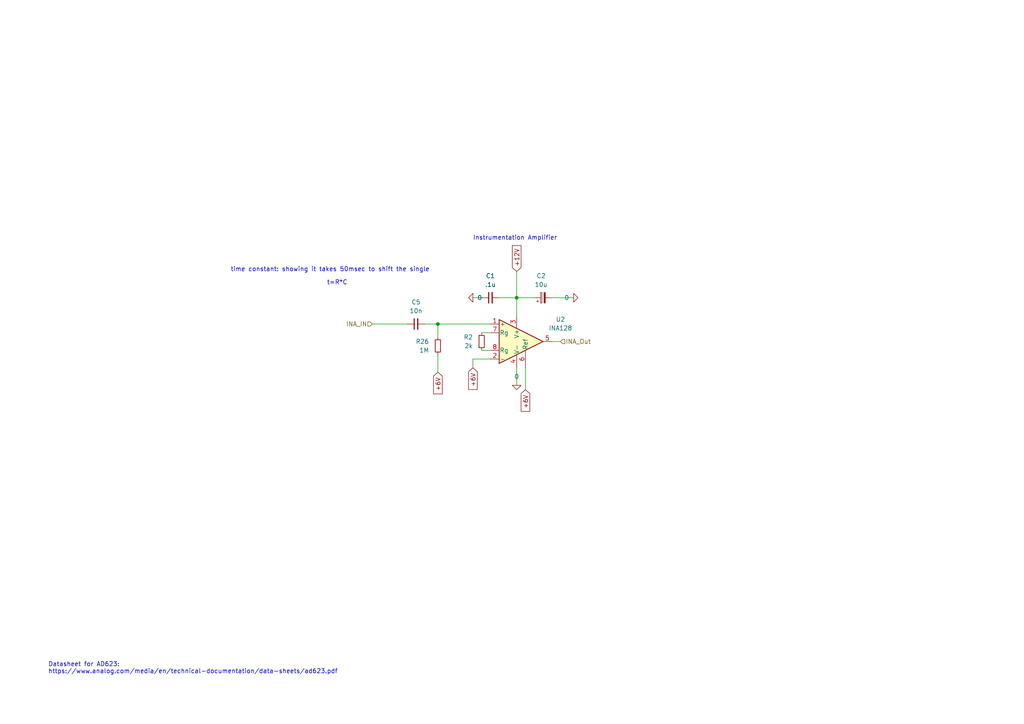
<source format=kicad_sch>
(kicad_sch (version 20250114) (generator "eeschema") (generator_version "9.0")
  (paper "A4")
  (lib_symbols
    (symbol "0_1" (power) (pin_numbers (hide yes)) (pin_names (offset 0) (hide yes))
      (property "Value" "0" (at 0 -2.54 0))
      (symbol "0_1_0_1"
        (polyline (pts (xy -1.27 0) (xy 0 -1.27) (xy 1.27 0) (xy -1.27 0)))
      )
      (symbol "0_1_1_1"
        (pin power_in line (at 0 0 0) (length 0) (name "~") (number "1"))
      )
    )
    (symbol "Custom_Symbols:INA128" (pin_names (offset 0.127))
      (property "Reference" "U" (at 3.81 3.175 0))
      (property "Value" "INA128" (at 3.81 -3.175 0))
      (symbol "INA128_0_1"
        (polyline (pts (xy 7.62 0) (xy -5.08 6.35) (xy -5.08 -6.35) (xy 7.62 0)) (stroke (width 0.254)) (fill (type background)))
      )
      (symbol "INA128_1_1"
        (pin input line (at -7.62 5.08 0) (length 2.54) (name "+") (number "1"))
        (pin passive line (at -7.62 2.54 0) (length 2.54) (name "Rg") (number "7"))
        (pin passive line (at -7.62 -2.54 0) (length 2.54) (name "Rg") (number "8"))
        (pin input line (at -7.62 -5.08 0) (length 2.54) (name "-") (number "2"))
        (pin power_in line (at 0 7.62 270) (length 3.81) (name "V+") (number "3"))
        (pin power_in line (at 0 -7.62 90) (length 3.81) (name "V-") (number "4"))
        (pin input line (at 2.54 -7.62 90) (length 5.08) (name "Ref") (number "6"))
        (pin output line (at 10.16 0 180) (length 2.54) (name "~") (number "5"))
      )
    )
    (symbol "Device:C_Polarized_Small" (pin_numbers (hide yes)) (pin_names (offset 0.254) (hide yes))
      (property "Reference" "C" (at 0.254 1.778 0))
      (property "Value" "C_Polarized_Small" (at 0.254 -2.032 0))
      (symbol "C_Polarized_Small_0_1"
        (rectangle (start -1.524 0.6858) (end 1.524 0.3048))
        (rectangle (start -1.524 -0.3048) (end 1.524 -0.6858) (fill (type outline)))
        (polyline (pts (xy -1.27 1.524) (xy -0.762 1.524)))
        (polyline (pts (xy -1.016 1.27) (xy -1.016 1.778)))
      )
      (symbol "C_Polarized_Small_1_1"
        (pin passive line (at 0 2.54 270) (length 1.8542) (name "~") (number "1"))
        (pin passive line (at 0 -2.54 90) (length 1.8542) (name "~") (number "2"))
      )
    )
    (symbol "Device:C_Small" (pin_numbers (hide yes)) (pin_names (offset 0.254) (hide yes))
      (property "Reference" "C" (at 0.254 1.778 0))
      (property "Value" "C_Small" (at 0.254 -2.032 0))
      (symbol "C_Small_0_1"
        (polyline (pts (xy -1.524 0.508) (xy 1.524 0.508)) (stroke (width 0.3048)))
        (polyline (pts (xy -1.524 -0.508) (xy 1.524 -0.508)) (stroke (width 0.3302)))
      )
      (symbol "C_Small_1_1"
        (pin passive line (at 0 2.54 270) (length 2.032) (name "~") (number "1"))
        (pin passive line (at 0 -2.54 90) (length 2.032) (name "~") (number "2"))
      )
    )
    (symbol "Device:R_Small" (pin_numbers (hide yes)) (pin_names (offset 0.254) (hide yes))
      (property "Reference" "R" (at 0.762 0.508 0))
      (property "Value" "R_Small" (at 0.762 -1.016 0))
      (symbol "R_Small_0_1"
        (rectangle (start -0.762 1.778) (end 0.762 -1.778) (stroke (width 0.2032)))
      )
      (symbol "R_Small_1_1"
        (pin passive line (at 0 2.54 270) (length 0.762) (name "~") (number "1"))
        (pin passive line (at 0 -2.54 90) (length 0.762) (name "~") (number "2"))
      )
    )
  )
  (text "Datasheet for AD623:\nhttps://www.analog.com/media/en/technical-documentation/data-sheets/ad623.pdf" (at 13.97 195.58 0) (effects (font (size 1.27 1.27)) (justify left bottom)))
  (text "t=R*C\n" (at 97.79 82.042 0) (effects (font (size 1.27 1.27))))
  (text "Instrumentation Amplifier\n" (at 137.16 69.85 0) (effects (font (size 1.27 1.27)) (justify left bottom)))
  (text "time constant: showing it takes 50msec to shift the single\n" (at 95.758 78.232 0) (effects (font (size 1.27 1.27))))
  (junction (at 127 93.98))
  (junction (at 149.86 86.36))
  (wire (pts (xy 123.19 93.98) (xy 127 93.98)))
  (wire (pts (xy 149.86 86.36) (xy 149.86 91.44)))
  (wire (pts (xy 127 93.98) (xy 142.24 93.98)))
  (wire (pts (xy 127 93.98) (xy 127 97.79)))
  (wire (pts (xy 107.95 93.98) (xy 118.11 93.98)))
  (wire (pts (xy 160.02 99.06) (xy 162.56 99.06)))
  (wire (pts (xy 137.16 104.14) (xy 142.24 104.14)))
  (wire (pts (xy 139.7 101.6) (xy 142.24 101.6)))
  (wire (pts (xy 139.7 96.52) (xy 142.24 96.52)))
  (wire (pts (xy 127 102.87) (xy 127 107.95)))
  (wire (pts (xy 137.16 104.14) (xy 137.16 106.68)))
  (wire (pts (xy 160.02 86.36) (xy 166.37 86.36)))
  (wire (pts (xy 137.16 86.36) (xy 139.7 86.36)))
  (wire (pts (xy 144.78 86.36) (xy 149.86 86.36)))
  (wire (pts (xy 149.86 86.36) (xy 154.94 86.36)))
  (wire (pts (xy 149.86 78.74) (xy 149.86 86.36)))
  (wire (pts (xy 152.4 106.68) (xy 152.4 113.03)))
  (wire (pts (xy 149.86 106.68) (xy 149.86 111.76)))
  (global_label "+12V" (shape input) (at 149.86 78.74 90) (property "Intersheetrefs" "${INTERSHEET_REFS}" (effects (hide yes))))
  (global_label "+6V" (shape input) (at 137.16 106.68 270) (property "Intersheetrefs" "${INTERSHEET_REFS}" (effects (hide yes))))
  (global_label "+6V" (shape input) (at 152.4 113.03 270) (property "Intersheetrefs" "${INTERSHEET_REFS}" (effects (hide yes))))
  (global_label "+6V" (shape input) (at 127 107.95 270) (property "Intersheetrefs" "${INTERSHEET_REFS}" (effects (hide yes))))
  (hierarchical_label "INA_Out" (shape input) (at 162.56 99.06 0))
  (hierarchical_label "INA_IN" (shape input) (at 107.95 93.98 180))
  (symbol (lib_id "Device:C_Small") (at 120.65 93.98 90) (unit 1)
    (property "Reference" "C5" (at 120.6563 87.63 90))
    (property "Value" "10n" (at 120.6563 90.17 90))
    (property "Footprint" "Capacitor_SMD:C_0603_1608Metric" (effects (hide yes)))
    (property "Description" "Unpolarized capacitor, small symbol" (effects (hide yes)))
  )
  (symbol (lib_id "Device:R_Small") (at 139.7 99.06 0) (mirror x) (unit 1)
    (property "Reference" "R2" (at 137.16 97.79 0) (effects (justify right)))
    (property "Value" "2k" (at 137.16 100.33 0) (effects (justify right)))
    (property "Footprint" "Resistor_SMD:R_0201_0603Metric" (effects (hide yes)))
  )
  (symbol (lib_name "0_1") (lib_id "Simulation_SPICE:0") (at 137.16 86.36 270) (unit 1)
    (property "Reference" "#GND012" (effects (hide yes)))
    (property "Value" "0" (at 138.43 86.3599 90) (effects (justify left)))
    (property "Datasheet" "https://ngspice.sourceforge.io/docs/ngspice-html-manual/manual.xhtml#subsec_Circuit_elements__device" (effects (hide yes)))
    (property "Description" "0V reference potential for simulation" (effects (hide yes)))
  )
  (symbol (lib_name "0_1") (lib_id "Simulation_SPICE:0") (at 149.86 111.76 0) (unit 1)
    (property "Reference" "#GND015" (effects (hide yes)))
    (property "Value" "0" (at 149.86 109.22 0))
    (property "Datasheet" "https://ngspice.sourceforge.io/docs/ngspice-html-manual/manual.xhtml#subsec_Circuit_elements__device" (effects (hide yes)))
    (property "Description" "0V reference potential for simulation" (effects (hide yes)))
  )
  (symbol (lib_id "Device:C_Small") (at 142.24 86.36 90) (unit 1)
    (property "Reference" "C1" (at 142.2463 80.01 90))
    (property "Value" ".1u" (at 142.2463 82.55 90))
    (property "Footprint" "Capacitor_SMD:C_0603_1608Metric" (effects (hide yes)))
  )
  (symbol (lib_name "0_1") (lib_id "Simulation_SPICE:0") (at 166.37 86.36 90) (unit 1)
    (property "Reference" "#GND011" (effects (hide yes)))
    (property "Value" "0" (at 165.1 86.3599 90) (effects (justify left)))
    (property "Datasheet" "https://ngspice.sourceforge.io/docs/ngspice-html-manual/manual.xhtml#subsec_Circuit_elements__device" (effects (hide yes)))
    (property "Description" "0V reference potential for simulation" (effects (hide yes)))
  )
  (symbol (lib_id "Device:R_Small") (at 127 100.33 0) (unit 1)
    (property "Reference" "R26" (at 124.46 99.0599 0) (effects (justify right)))
    (property "Value" "1M" (at 124.46 101.5999 0) (effects (justify right)))
    (property "Footprint" "Resistor_SMD:R_0201_0603Metric" (effects (hide yes)))
    (property "Description" "Resistor, small symbol" (effects (hide yes)))
  )
  (symbol (lib_id "Custom_Symbols:INA128") (at 149.86 99.06 0) (unit 1)
    (property "Reference" "U2" (at 162.56 92.6398 0))
    (property "Value" "INA128" (at 162.56 95.1798 0))
    (property "Footprint" "Package_SO:SO-8_3.9x4.9mm_P1.27mm" (effects (hide yes)))
    (property "Datasheet" "http://www.ti.com/lit/ds/symlink/ina128.pdf" (effects (hide yes)))
    (property "Description" "Precision, Low Power Instrumentation Amplifier G = 1 + 50kOhm/Rg, DIP-8/SOIC-8" (effects (hide yes)))
    (property "Sim.Library" "C:\\Users\\mmf03\\Desktop\\KiCad Libraries\\INA12X\\INA12x.LIB" (effects (hide yes)))
    (property "Sim.Name" "INA12x" (effects (hide yes)))
    (property "Sim.Device" "SUBCKT" (effects (hide yes)))
    (property "Sim.Pins" "1=1 2=2 3=3 4=4 5=5 6=8 7=9 8=10" (effects (hide yes)))
  )
  (symbol (lib_id "Device:C_Polarized_Small") (at 157.48 86.36 90) (unit 1)
    (property "Reference" "C2" (at 156.9339 80.01 90))
    (property "Value" "10u" (at 156.9339 82.55 90))
    (property "Footprint" "Capacitor_SMD:C_0603_1608Metric" (effects (hide yes)))
  )
)
</source>
